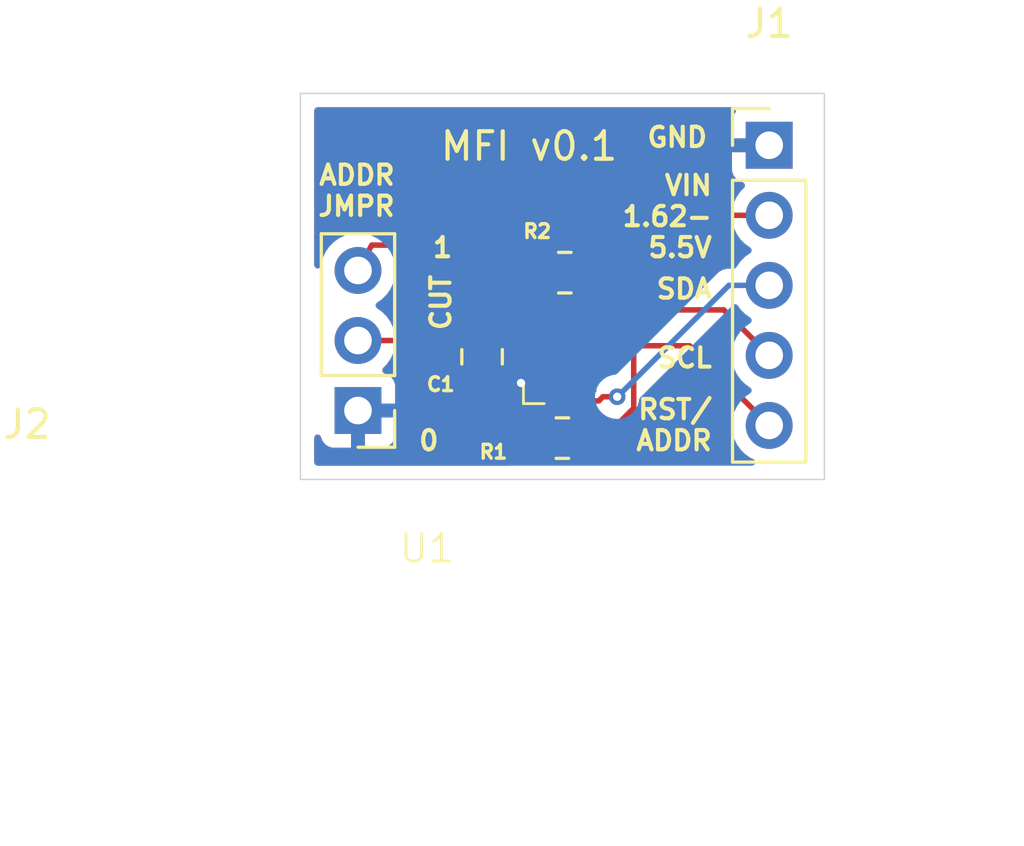
<source format=kicad_pcb>
(kicad_pcb (version 20240108) (generator "pcbnew") (generator_version "8.0")
  (layers (0 "F.Cu" signal) (31 "B.Cu" signal) (34 "B.Paste" user) (35 "F.Paste" user) (36 "B.SilkS" user "B.Silkscreen") (37 "F.SilkS" user "F.Silkscreen") (38 "B.Mask" user) (39 "F.Mask" user) (44 "Edge.Cuts" user))
  (net 0 "")
  (net 1 "GND")
  (net 2 "Net-(J1-Pin_2)")
  (net 3 "Net-(J1-Pin_4)")
  (net 4 "Net-(J1-Pin_3)")
  (footprint "Connector_PinHeader_2.54mm:PinHeader_1x03_P2.54mm_Vertical" (layer "F.Cu") (at 155.5875 98 180)
    (property "Reference" "J2" (at 12 -0.5 180) (layer "F.SilkS"))
    (property "Value" "ADDR SELECT JMPR")
    (fp_line (start 1.33 1.27) (end 1.33 6.41) (stroke (width 0.12)) (layer "F.SilkS"))
    (fp_line (start -1.33 6.41) (end 1.33 6.41) (stroke (width 0.12)) (layer "F.SilkS"))
    (fp_line (start -1.33 1.27) (end 1.33 1.27) (stroke (width 0.12)) (layer "F.SilkS"))
    (fp_line (start -1.33 1.27) (end -1.33 6.41) (stroke (width 0.12)) (layer "F.SilkS"))
    (fp_line (start -1.33 0) (end -1.33 -1.33) (stroke (width 0.12)) (layer "F.SilkS"))
    (fp_line (start -1.33 -1.33) (end 0 -1.33) (stroke (width 0.12)) (layer "F.SilkS"))
    (pad "1" thru_hole rect (at 0 0 180) (size 1.7 1.7) (drill 1) (layers "*.Cu" "*.Mask") (net 1 "GND"))
    (pad "2" thru_hole oval (at 0 2.54 180) (size 1.7 1.7) (drill 1) (layers "*.Cu" "*.Mask") (net 2 "Net-(J1-Pin_2)"))
    (pad "3" thru_hole oval (at 0 5.08 180) (size 1.7 1.7) (drill 1) (layers "*.Cu" "*.Mask") (net 2 "Net-(J1-Pin_2)"))
  )
  (footprint "Library:MFI337S3959" (layer "F.Cu") (at 163.3375 96)
    (property "Reference" "U1" (at -5.25 7 0) (layer "F.SilkS") (effects (font (thickness 0.1))))
    (property "Value" "~" (hide yes))
    (fp_line (start -1.75 1) (end -1.75 1.75) (stroke (width 0.1)) (layer "F.SilkS"))
    (fp_line (start -1.75 1.75) (end -1 1.75) (stroke (width 0.1)) (layer "F.SilkS"))
    (pad "1" smd roundrect (at -0.75 1) (size 0.3 0.7) (layers "F.Cu" "F.Paste" "F.Mask") (net 1 "GND"))
    (pad "2" smd roundrect (at -0.25 1) (size 0.3 0.7) (layers "F.Cu" "F.Paste" "F.Mask") (net 4 "Net-(J1-Pin_3)"))
    (pad "3" smd roundrect (at 0.25 1) (size 0.3 0.7) (layers "F.Cu" "F.Paste" "F.Mask"))
    (pad "4" smd roundrect (at 0.75 1) (size 0.3 0.7) (layers "F.Cu" "F.Paste" "F.Mask"))
    (pad "5" smd roundrect (at 0.75 -1) (size 0.3 0.7) (layers "F.Cu" "F.Paste" "F.Mask"))
    (pad "6" smd roundrect (at 0.25 -1) (size 0.3 0.7) (layers "F.Cu" "F.Paste" "F.Mask") (net 3 "Net-(J1-Pin_4)"))
    (pad "7" smd roundrect (at -0.25 -1) (size 0.3 0.7) (layers "F.Cu" "F.Paste" "F.Mask") (net 2 "Net-(J1-Pin_2)"))
    (pad "8" smd roundrect (at -0.75 -1) (size 0.3 0.7) (layers "F.Cu" "F.Paste" "F.Mask") (net 2 "Net-(J1-Pin_2)"))
  )
  (footprint "Connector_PinHeader_2.54mm:PinHeader_1x05_P2.54mm_Vertical" (layer "F.Cu") (at 170.5 88.38)
    (property "Reference" "J1" (at 0 -4.42 0) (layer "F.SilkS"))
    (property "Value" "Conn_01x05_Pin")
    (fp_line (start -1.33 -1.33) (end 0 -1.33) (stroke (width 0.12)) (layer "F.SilkS"))
    (fp_line (start -1.33 0) (end -1.33 -1.33) (stroke (width 0.12)) (layer "F.SilkS"))
    (fp_line (start -1.33 1.27) (end -1.33 11.49) (stroke (width 0.12)) (layer "F.SilkS"))
    (fp_line (start -1.33 1.27) (end 1.33 1.27) (stroke (width 0.12)) (layer "F.SilkS"))
    (fp_line (start -1.33 11.49) (end 1.33 11.49) (stroke (width 0.12)) (layer "F.SilkS"))
    (fp_line (start 1.33 1.27) (end 1.33 11.49) (stroke (width 0.12)) (layer "F.SilkS"))
    (pad "1" thru_hole rect (at 0 0) (size 1.7 1.7) (drill 1) (layers "*.Cu" "*.Mask") (net 1 "GND"))
    (pad "2" thru_hole oval (at 0 2.54) (size 1.7 1.7) (drill 1) (layers "*.Cu" "*.Mask") (net 2 "Net-(J1-Pin_2)"))
    (pad "3" thru_hole oval (at 0 5.08) (size 1.7 1.7) (drill 1) (layers "*.Cu" "*.Mask") (net 4 "Net-(J1-Pin_3)"))
    (pad "4" thru_hole oval (at 0 7.62) (size 1.7 1.7) (drill 1) (layers "*.Cu" "*.Mask") (net 3 "Net-(J1-Pin_4)"))
    (pad "5" thru_hole oval (at 0 10.16) (size 1.7 1.7) (drill 1) (layers "*.Cu" "*.Mask") (net 2 "Net-(J1-Pin_2)"))
  )
  (footprint "Resistor_SMD:R_0805_2012Metric" (layer "F.Cu") (at 163.0875 93)
    (property "Reference" "R2" (at -1 -1.5 0) (layer "F.SilkS") (effects (font (size 0.5 0.5) (thickness 0.125))))
    (property "Value" "2.2k")
    (fp_line (start -0.227064 -0.735) (end 0.227064 -0.735) (stroke (width 0.12)) (layer "F.SilkS"))
    (fp_line (start -0.227064 0.735) (end 0.227064 0.735) (stroke (width 0.12)) (layer "F.SilkS"))
    (pad "1" smd roundrect (at -0.9125 0) (size 1.025 1.4) (layers "F.Cu" "F.Paste" "F.Mask") (roundrect_rratio 0.243902) (net 2 "Net-(J1-Pin_2)"))
    (pad "2" smd roundrect (at 0.9125 0) (size 1.025 1.4) (layers "F.Cu" "F.Paste" "F.Mask") (roundrect_rratio 0.243902) (net 3 "Net-(J1-Pin_4)"))
  )
  (footprint "Resistor_SMD:R_0805_2012Metric" (layer "F.Cu") (at 163 99 180)
    (property "Reference" "R1" (at 2.5 -0.5 180) (layer "F.SilkS") (effects (font (size 0.5 0.5) (thickness 0.125))))
    (property "Value" "2.2k")
    (fp_line (start -0.227064 0.735) (end 0.227064 0.735) (stroke (width 0.12)) (layer "F.SilkS"))
    (fp_line (start -0.227064 -0.735) (end 0.227064 -0.735) (stroke (width 0.12)) (layer "F.SilkS"))
    (pad "1" smd roundrect (at -0.9125 0 180) (size 1.025 1.4) (layers "F.Cu" "F.Paste" "F.Mask") (roundrect_rratio 0.243902) (net 2 "Net-(J1-Pin_2)"))
    (pad "2" smd roundrect (at 0.9125 0 180) (size 1.025 1.4) (layers "F.Cu" "F.Paste" "F.Mask") (roundrect_rratio 0.243902) (net 4 "Net-(J1-Pin_3)"))
  )
  (footprint "Capacitor_SMD:C_0805_2012Metric" (layer "F.Cu") (at 160.0875 96.05 -90)
    (property "Reference" "C1" (at 1 1.5 180) (layer "F.SilkS") (effects (font (size 0.5 0.5) (thickness 0.125))))
    (property "Value" ".1 uF")
    (fp_line (start -0.261252 0.735) (end 0.261252 0.735) (stroke (width 0.12)) (layer "F.SilkS"))
    (fp_line (start -0.261252 -0.735) (end 0.261252 -0.735) (stroke (width 0.12)) (layer "F.SilkS"))
    (pad "1" smd roundrect (at -0.95 0 270) (size 1 1.45) (layers "F.Cu" "F.Paste" "F.Mask") (net 2 "Net-(J1-Pin_2)"))
    (pad "2" smd roundrect (at 0.95 0 270) (size 1 1.45) (layers "F.Cu" "F.Paste" "F.Mask") (net 1 "GND"))
  )
  (gr_rect (start 153.5 86.5) (end 172.5 100.5) (stroke (width 0.05)) (fill none) (layer "Edge.Cuts"))
  (gr_text "SCL" (at 168.5 96.5 0) (layer "F.SilkS") (effects (font (size 0.7 0.7)) (justify right bottom)))
  (gr_text "VIN\n1.62-\n5.5V" (at 168.5 92.5 0) (layer "F.SilkS") (effects (font (size 0.7 0.7)) (justify right bottom)))
  (gr_text "MFI v0.1" (at 158.5 89 0) (layer "F.SilkS") (effects (font (size 1 1)) (justify left bottom)))
  (gr_text "CUT" (at 159 93 90) (layer "F.SilkS") (effects (font (size 0.7 0.7)) (justify right bottom)))
  (gr_text "1" (at 159.0875 92.5 0) (layer "F.SilkS") (effects (font (size 0.7 0.7)) (justify right bottom)))
  (gr_text "0" (at 158.5875 99.5 0) (layer "F.SilkS") (effects (font (size 0.7 0.7)) (justify right bottom)))
  (gr_text "ADDR\nJMPR" (at 157 91 0) (layer "F.SilkS") (effects (font (size 0.7 0.7)) (justify right bottom)))
  (gr_text "SDA" (at 168.5 94 0) (layer "F.SilkS") (effects (font (size 0.7 0.7)) (justify right bottom)))
  (gr_text "RST/\nADDR" (at 168.5 99.5 0) (layer "F.SilkS") (effects (font (size 0.7 0.7)) (justify right bottom)))
  (gr_text "GND" (at 166 88.5 0) (layer "F.SilkS") (effects (font (size 0.7 0.7)) (justify left bottom)))
  (segment (start 159.0375 98) (end 155.5875 98) (width 0.2) (layer "F.Cu") (net 1))
  (segment (start 160.0875 97.45) (end 159.0375 98) (width 0.2) (layer "F.Cu") (net 1))
  (segment (start 162.5875 97) (end 161.5 97) (width 0.2) (layer "F.Cu") (net 1))
  (via (at 161.5 97) (size 0.6) (drill 0.3) (layers "F.Cu" "B.Cu") (net 1))
  (segment (start 157.5475 95.46) (end 155.5875 95.46) (width 0.2) (layer "F.Cu") (net 2))
  (segment (start 164.255 90.92) (end 170.5 90.92) (width 0.2) (layer "F.Cu") (net 2))
  (segment (start 162.5 96) (end 163.0875 95.4125) (width 0.2) (layer "F.Cu") (net 2))
  (segment (start 163.9125 99) (end 164.5 99) (width 0.2) (layer "F.Cu") (net 2))
  (segment (start 164.5 99) (end 165.5875 97.9125) (width 0.2) (layer "F.Cu") (net 2))
  (segment (start 155.5875 92.92) (end 156.0875 92) (width 0.2) (layer "F.Cu") (net 2))
  (segment (start 163.0875 95.4125) (end 163.0875 95) (width 0.2) (layer "F.Cu") (net 2))
  (segment (start 158.5875 95.5) (end 157.5875 95.5) (width 0.2) (layer "F.Cu") (net 2))
  (segment (start 162.175 94.5875) (end 162.5875 95) (width 0.2) (layer "F.Cu") (net 2))
  (segment (start 158.5875 95.5) (end 158.5875 95.5875) (width 0.2) (layer "F.Cu") (net 2))
  (segment (start 161.175 92) (end 162.175 93) (width 0.2) (layer "F.Cu") (net 2))
  (segment (start 159 96) (end 162.5 96) (width 0.2) (layer "F.Cu") (net 2))
  (segment (start 165 95.65) (end 167.61 95.65) (width 0.2) (layer "F.Cu") (net 2))
  (segment (start 165.5875 97.9125) (end 165.5875 95.65) (width 0.2) (layer "F.Cu") (net 2))
  (segment (start 156.0875 92) (end 158.5875 92) (width 0.2) (layer "F.Cu") (net 2))
  (segment (start 157.5875 95.5) (end 157.5475 95.46) (width 0.2) (layer "F.Cu") (net 2))
  (segment (start 167.61 95.65) (end 170.5 98.54) (width 0.2) (layer "F.Cu") (net 2))
  (segment (start 163.0875 95.38241) (end 163.0875 95) (width 0.2) (layer "F.Cu") (net 2))
  (segment (start 163.35509 95.65) (end 163.0875 95.38241) (width 0.2) (layer "F.Cu") (net 2))
  (segment (start 162.175 93) (end 162.175 94.5875) (width 0.2) (layer "F.Cu") (net 2))
  (segment (start 158.5875 92) (end 161.175 92) (width 0.2) (layer "F.Cu") (net 2))
  (segment (start 158.5875 92) (end 158.5875 95.5) (width 0.2) (layer "F.Cu") (net 2))
  (segment (start 158.5875 95.5875) (end 159 96) (width 0.2) (layer "F.Cu") (net 2))
  (segment (start 165.5875 95.65) (end 163.35509 95.65) (width 0.2) (layer "F.Cu") (net 2))
  (segment (start 160.6375 95) (end 162.5875 95) (width 0.2) (layer "F.Cu") (net 2))
  (segment (start 162.175 93) (end 164.255 90.92) (width 0.2) (layer "F.Cu") (net 2))
  (segment (start 164 93) (end 163.5875 93.4125) (width 0.2) (layer "F.Cu") (net 3))
  (segment (start 163.7375 94.35) (end 163.5875 94.5) (width 0.2) (layer "F.Cu") (net 3))
  (segment (start 168.85 94.35) (end 170.5 96) (width 0.2) (layer "F.Cu") (net 3))
  (segment (start 163.7375 94.35) (end 168.85 94.35) (width 0.2) (layer "F.Cu") (net 3))
  (segment (start 163.5875 94.5) (end 163.5875 95) (width 0.2) (layer "F.Cu") (net 3))
  (segment (start 163.5875 93.4125) (end 163.5875 94.5) (width 0.2) (layer "F.Cu") (net 3))
  (segment (start 164.9875 97.5) (end 164.46991 97.5) (width 0.2) (layer "F.Cu") (net 4))
  (segment (start 163.0875 98) (end 162.0875 99) (width 0.2) (layer "F.Cu") (net 4))
  (segment (start 163.0875 97) (end 163.0875 98) (width 0.2) (layer "F.Cu") (net 4))
  (segment (start 164.46991 97.5) (end 164.31991 97.65) (width 0.2) (layer "F.Cu") (net 4))
  (segment (start 163.4375 97.65) (end 163.0875 98) (width 0.2) (layer "F.Cu") (net 4))
  (segment (start 164.31991 97.65) (end 163.4375 97.65) (width 0.2) (layer "F.Cu") (net 4))
  (via (at 164.9875 97.5) (size 0.6) (drill 0.3) (layers "F.Cu" "B.Cu") (net 4))
  (segment (start 165 97.5) (end 164.9875 97.5) (width 0.2) (layer "B.Cu") (net 4))
  (segment (start 169.04 93.46) (end 165 97.5) (width 0.2) (layer "B.Cu") (net 4))
  (segment (start 170.5 93.46) (end 169.04 93.46) (width 0.2) (layer "B.Cu") (net 4))
  (zone (net 1) (net_name "GND") (layers "F&B.Cu") (connect_pads (clearance 0.5)) (min_thickness 0.25) (fill yes (thermal_gap 0.5) (thermal_bridge_width 0.5))
    (polygon (pts (xy 153.5 86.5) (xy 172.5 86.5) (xy 172.5 100.5) (xy 153.5 100.5)))
  )
)
</source>
